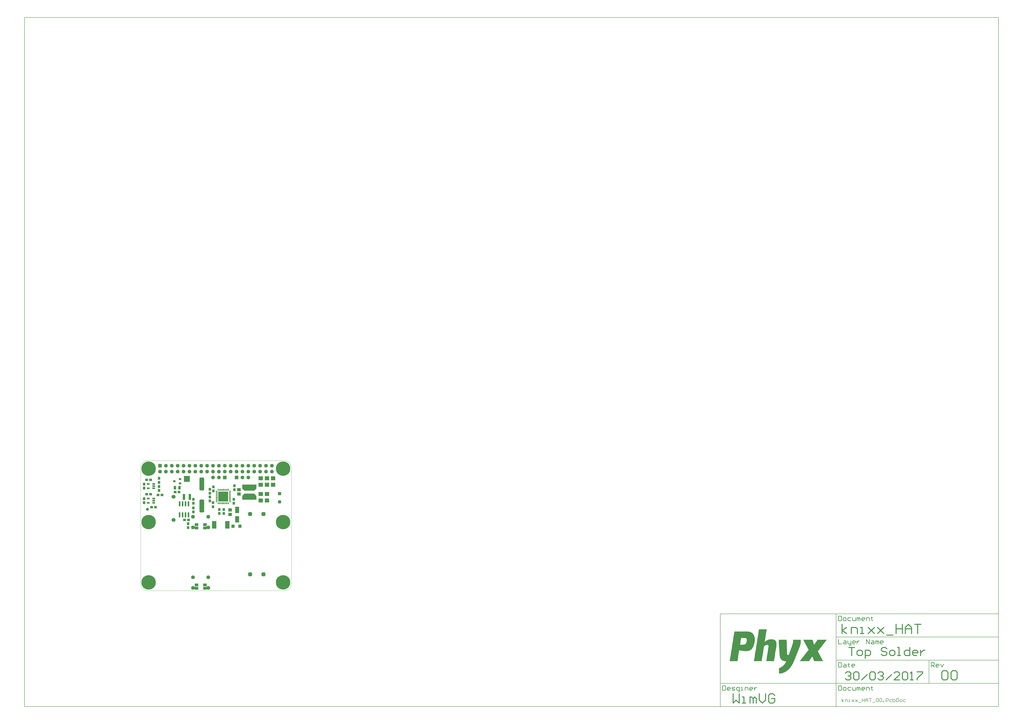
<source format=gts>
G04 Layer_Color=8388736*
%FSLAX25Y25*%
%MOIN*%
G70*
G01*
G75*
%ADD11C,0.00787*%
%ADD36C,0.01575*%
%ADD37C,0.00394*%
%ADD38C,0.00984*%
%ADD40C,0.05118*%
%ADD42C,0.06299*%
%ADD66R,0.05905X0.04528*%
%ADD67R,0.10236X0.10236*%
%ADD68R,0.04331X0.10236*%
%ADD69R,0.04331X0.06299*%
%ADD70R,0.07087X0.10630*%
%ADD71O,0.02756X0.09055*%
%ADD72R,0.04724X0.04331*%
%ADD73R,0.04331X0.04724*%
%ADD74R,0.04921X0.02756*%
%ADD75R,0.07480X0.06693*%
%ADD76R,0.06299X0.05512*%
%ADD77R,0.24016X0.05118*%
%ADD78R,0.07480X0.12992*%
%ADD79R,0.05315X0.05197*%
%ADD80O,0.01378X0.03740*%
%ADD81O,0.01378X0.03937*%
%ADD82O,0.03740X0.01378*%
%ADD83O,0.03937X0.01378*%
%ADD84R,0.16535X0.16535*%
G04:AMPARAMS|DCode=85|XSize=220.47mil|YSize=82.68mil|CornerRadius=21.65mil|HoleSize=0mil|Usage=FLASHONLY|Rotation=270.000|XOffset=0mil|YOffset=0mil|HoleType=Round|Shape=RoundedRectangle|*
%AMROUNDEDRECTD85*
21,1,0.22047,0.03937,0,0,270.0*
21,1,0.17716,0.08268,0,0,270.0*
1,1,0.04331,-0.01968,-0.08858*
1,1,0.04331,-0.01968,0.08858*
1,1,0.04331,0.01968,0.08858*
1,1,0.04331,0.01968,-0.08858*
%
%ADD85ROUNDEDRECTD85*%
%ADD86R,0.04331X0.03740*%
%ADD87R,0.04331X0.03740*%
%ADD88C,0.06394*%
%ADD89C,0.00394*%
%ADD90C,0.24410*%
G04:AMPARAMS|DCode=91|XSize=66.93mil|YSize=66.93mil|CornerRadius=17.72mil|HoleSize=0mil|Usage=FLASHONLY|Rotation=0.000|XOffset=0mil|YOffset=0mil|HoleType=Round|Shape=RoundedRectangle|*
%AMROUNDEDRECTD91*
21,1,0.06693,0.03150,0,0,0.0*
21,1,0.03150,0.06693,0,0,0.0*
1,1,0.03543,0.01575,-0.01575*
1,1,0.03543,-0.01575,-0.01575*
1,1,0.03543,-0.01575,0.01575*
1,1,0.03543,0.01575,0.01575*
%
%ADD91ROUNDEDRECTD91*%
%ADD92C,0.06693*%
%ADD93R,0.06299X0.06299*%
G04:AMPARAMS|DCode=94|XSize=53.15mil|YSize=53.15mil|CornerRadius=14.27mil|HoleSize=0mil|Usage=FLASHONLY|Rotation=270.000|XOffset=0mil|YOffset=0mil|HoleType=Round|Shape=RoundedRectangle|*
%AMROUNDEDRECTD94*
21,1,0.05315,0.02461,0,0,270.0*
21,1,0.02461,0.05315,0,0,270.0*
1,1,0.02854,-0.01230,-0.01230*
1,1,0.02854,-0.01230,0.01230*
1,1,0.02854,0.01230,0.01230*
1,1,0.02854,0.01230,-0.01230*
%
%ADD94ROUNDEDRECTD94*%
%ADD95R,0.05315X0.05315*%
G36*
X196692Y77359D02*
X196729Y77348D01*
X196763Y77330D01*
X196793Y77305D01*
X196818Y77275D01*
X196836Y77241D01*
X196848Y77204D01*
X196851Y77165D01*
Y70866D01*
X196851Y70866D01*
X196850Y70847D01*
X196848Y70828D01*
X196839Y70799D01*
X196836Y70790D01*
X196818Y70756D01*
X196793Y70726D01*
X193250Y67183D01*
X193250Y67183D01*
X193220Y67158D01*
X193186Y67140D01*
X193177Y67137D01*
X193149Y67129D01*
X193110Y67125D01*
X176575D01*
X176575Y67125D01*
X176556Y67127D01*
X176536Y67129D01*
X176508Y67137D01*
X176499Y67140D01*
X176465Y67158D01*
X176435Y67183D01*
X172892Y70726D01*
X172892Y70726D01*
X172867Y70756D01*
X172849Y70790D01*
X172846Y70799D01*
X172837Y70828D01*
X172834Y70866D01*
Y77165D01*
X172837Y77204D01*
X172849Y77241D01*
X172867Y77275D01*
X172892Y77305D01*
X172922Y77330D01*
X172956Y77348D01*
X172993Y77359D01*
X173031Y77363D01*
X196653D01*
X196692Y77359D01*
D02*
G37*
G36*
X176575Y62009D02*
X193110D01*
X193149Y62005D01*
X193177Y61996D01*
X193186Y61994D01*
X193220Y61976D01*
X193250Y61951D01*
X193250Y61951D01*
X196793Y58408D01*
X196818Y58378D01*
X196836Y58343D01*
X196839Y58335D01*
X196848Y58306D01*
X196850Y58287D01*
X196851Y58268D01*
X196851Y58268D01*
Y51968D01*
X196848Y51930D01*
X196836Y51893D01*
X196818Y51859D01*
X196793Y51829D01*
X196763Y51804D01*
X196729Y51786D01*
X196692Y51775D01*
X196653Y51771D01*
X173031D01*
X172993Y51775D01*
X172956Y51786D01*
X172922Y51804D01*
X172892Y51829D01*
X172867Y51859D01*
X172849Y51893D01*
X172837Y51930D01*
X172834Y51968D01*
Y58268D01*
X172837Y58306D01*
X172846Y58335D01*
X172849Y58343D01*
X172867Y58378D01*
X172892Y58408D01*
X172892Y58408D01*
X176435Y61951D01*
X176465Y61976D01*
X176499Y61994D01*
X176508Y61996D01*
X176536Y62005D01*
X176556Y62007D01*
X176575Y62009D01*
X176575Y62009D01*
D02*
G37*
G36*
X1165172Y-186079D02*
X1164886D01*
Y-186365D01*
X1164599D01*
Y-186652D01*
Y-186938D01*
X1164313D01*
Y-187224D01*
X1164027D01*
Y-187511D01*
X1163740D01*
Y-187797D01*
Y-188083D01*
X1163454D01*
Y-188370D01*
X1163168D01*
Y-188656D01*
X1162881D01*
Y-188942D01*
X1162595D01*
Y-189229D01*
Y-189515D01*
X1162309D01*
Y-189801D01*
X1162022D01*
Y-190088D01*
X1161736D01*
Y-190374D01*
Y-190660D01*
X1161450D01*
Y-190946D01*
X1161163D01*
Y-191233D01*
X1160877D01*
Y-191519D01*
X1160591D01*
Y-191806D01*
Y-192092D01*
X1160305D01*
Y-192378D01*
X1160018D01*
Y-192664D01*
X1159732D01*
Y-192951D01*
Y-193237D01*
X1159445D01*
Y-193523D01*
X1159159D01*
Y-193810D01*
X1158873D01*
Y-194096D01*
Y-194382D01*
X1158587D01*
Y-194669D01*
X1158300D01*
Y-194955D01*
X1158014D01*
Y-195241D01*
X1157728D01*
Y-195528D01*
Y-195814D01*
X1157441D01*
Y-196100D01*
X1157155D01*
Y-196387D01*
X1156869D01*
Y-196673D01*
Y-196959D01*
X1156582D01*
Y-197245D01*
X1156296D01*
Y-197532D01*
X1156010D01*
Y-197818D01*
Y-198104D01*
X1155723D01*
Y-198391D01*
X1155437D01*
Y-198677D01*
X1155151D01*
Y-198963D01*
X1154865D01*
Y-199250D01*
Y-199536D01*
X1154578D01*
Y-199822D01*
X1154292D01*
Y-200109D01*
X1154006D01*
Y-200395D01*
Y-200681D01*
X1153719D01*
Y-200968D01*
X1153433D01*
Y-201254D01*
X1153147D01*
Y-201540D01*
Y-201826D01*
X1152860D01*
Y-202113D01*
X1152574D01*
Y-202399D01*
X1152288D01*
Y-202685D01*
X1152001D01*
Y-202972D01*
Y-203258D01*
X1151715D01*
Y-203544D01*
X1151429D01*
Y-203831D01*
X1151142D01*
Y-204117D01*
Y-204403D01*
X1150856D01*
Y-204690D01*
X1150570D01*
Y-204976D01*
X1150284D01*
Y-205262D01*
X1149997D01*
Y-205549D01*
Y-205835D01*
X1150284D01*
Y-206121D01*
Y-206407D01*
X1150570D01*
Y-206694D01*
Y-206980D01*
X1150856D01*
Y-207266D01*
X1151142D01*
Y-207553D01*
Y-207839D01*
X1151429D01*
Y-208125D01*
Y-208412D01*
X1151715D01*
Y-208698D01*
Y-208984D01*
X1152001D01*
Y-209271D01*
Y-209557D01*
X1152288D01*
Y-209843D01*
Y-210129D01*
X1152574D01*
Y-210416D01*
Y-210702D01*
X1152860D01*
Y-210988D01*
Y-211275D01*
X1153147D01*
Y-211561D01*
Y-211847D01*
X1153433D01*
Y-212134D01*
X1153719D01*
Y-212420D01*
Y-212706D01*
X1154006D01*
Y-212993D01*
Y-213279D01*
X1154292D01*
Y-213565D01*
Y-213851D01*
X1154578D01*
Y-214138D01*
Y-214424D01*
X1154865D01*
Y-214710D01*
Y-214997D01*
X1155151D01*
Y-215283D01*
Y-215569D01*
X1155437D01*
Y-215856D01*
Y-216142D01*
X1155723D01*
Y-216428D01*
X1156010D01*
Y-216715D01*
Y-217001D01*
X1156296D01*
Y-217287D01*
Y-217574D01*
X1156582D01*
Y-217860D01*
Y-218146D01*
X1156869D01*
Y-218433D01*
Y-218719D01*
X1157155D01*
Y-219005D01*
Y-219291D01*
X1157441D01*
Y-219578D01*
Y-219864D01*
X1157728D01*
Y-220150D01*
Y-220437D01*
X1158014D01*
Y-220723D01*
X1158300D01*
Y-221009D01*
Y-221296D01*
X1158587D01*
Y-221582D01*
Y-221868D01*
X1158873D01*
Y-222155D01*
X1143698D01*
Y-221868D01*
X1143412D01*
Y-221582D01*
Y-221296D01*
Y-221009D01*
X1143126D01*
Y-220723D01*
Y-220437D01*
Y-220150D01*
X1142839D01*
Y-219864D01*
Y-219578D01*
X1142553D01*
Y-219291D01*
Y-219005D01*
Y-218719D01*
X1142267D01*
Y-218433D01*
Y-218146D01*
Y-217860D01*
X1141980D01*
Y-217574D01*
Y-217287D01*
X1141694D01*
Y-217001D01*
Y-216715D01*
Y-216428D01*
X1141408D01*
Y-216142D01*
Y-215856D01*
Y-215569D01*
X1141121D01*
Y-215283D01*
Y-214997D01*
Y-214710D01*
X1140835D01*
Y-214424D01*
X1140263D01*
Y-214710D01*
Y-214997D01*
X1139976D01*
Y-215283D01*
X1139690D01*
Y-215569D01*
Y-215856D01*
X1139404D01*
Y-216142D01*
X1139117D01*
Y-216428D01*
Y-216715D01*
X1138831D01*
Y-217001D01*
X1138545D01*
Y-217287D01*
Y-217574D01*
X1138258D01*
Y-217860D01*
X1137972D01*
Y-218146D01*
X1137686D01*
Y-218433D01*
Y-218719D01*
X1137399D01*
Y-219005D01*
X1137113D01*
Y-219291D01*
Y-219578D01*
X1136827D01*
Y-219864D01*
X1136541D01*
Y-220150D01*
Y-220437D01*
X1136254D01*
Y-220723D01*
X1135968D01*
Y-221009D01*
Y-221296D01*
X1135682D01*
Y-221582D01*
X1135395D01*
Y-221868D01*
Y-222155D01*
X1119362D01*
Y-221868D01*
X1119648D01*
Y-221582D01*
X1119934D01*
Y-221296D01*
X1120221D01*
Y-221009D01*
X1120507D01*
Y-220723D01*
Y-220437D01*
X1120793D01*
Y-220150D01*
X1121080D01*
Y-219864D01*
X1121366D01*
Y-219578D01*
X1121652D01*
Y-219291D01*
Y-219005D01*
X1121939D01*
Y-218719D01*
X1122225D01*
Y-218433D01*
X1122511D01*
Y-218146D01*
Y-217860D01*
X1122797D01*
Y-217574D01*
X1123084D01*
Y-217287D01*
X1123370D01*
Y-217001D01*
X1123656D01*
Y-216715D01*
Y-216428D01*
X1123943D01*
Y-216142D01*
X1124229D01*
Y-215856D01*
X1124515D01*
Y-215569D01*
X1124802D01*
Y-215283D01*
Y-214997D01*
X1125088D01*
Y-214710D01*
X1125374D01*
Y-214424D01*
X1125661D01*
Y-214138D01*
Y-213851D01*
X1125947D01*
Y-213565D01*
X1126233D01*
Y-213279D01*
X1126519D01*
Y-212993D01*
X1126806D01*
Y-212706D01*
Y-212420D01*
X1127092D01*
Y-212134D01*
X1127378D01*
Y-211847D01*
X1127665D01*
Y-211561D01*
Y-211275D01*
X1127951D01*
Y-210988D01*
X1128237D01*
Y-210702D01*
X1128524D01*
Y-210416D01*
X1128810D01*
Y-210129D01*
Y-209843D01*
X1129096D01*
Y-209557D01*
X1129383D01*
Y-209271D01*
X1129669D01*
Y-208984D01*
Y-208698D01*
X1129955D01*
Y-208412D01*
X1130242D01*
Y-208125D01*
X1130528D01*
Y-207839D01*
X1130814D01*
Y-207553D01*
Y-207266D01*
X1131100D01*
Y-206980D01*
X1131387D01*
Y-206694D01*
X1131673D01*
Y-206407D01*
X1131960D01*
Y-206121D01*
Y-205835D01*
X1132246D01*
Y-205549D01*
X1132532D01*
Y-205262D01*
X1132818D01*
Y-204976D01*
Y-204690D01*
X1133105D01*
Y-204403D01*
X1133391D01*
Y-204117D01*
X1133677D01*
Y-203831D01*
X1133964D01*
Y-203544D01*
Y-203258D01*
X1134250D01*
Y-202972D01*
Y-202685D01*
Y-202399D01*
X1133964D01*
Y-202113D01*
X1133677D01*
Y-201826D01*
Y-201540D01*
X1133391D01*
Y-201254D01*
Y-200968D01*
X1133105D01*
Y-200681D01*
Y-200395D01*
X1132818D01*
Y-200109D01*
Y-199822D01*
X1132532D01*
Y-199536D01*
Y-199250D01*
X1132246D01*
Y-198963D01*
Y-198677D01*
X1131960D01*
Y-198391D01*
X1131673D01*
Y-198104D01*
Y-197818D01*
X1131387D01*
Y-197532D01*
Y-197245D01*
X1131100D01*
Y-196959D01*
Y-196673D01*
X1130814D01*
Y-196387D01*
Y-196100D01*
X1130528D01*
Y-195814D01*
Y-195528D01*
X1130242D01*
Y-195241D01*
Y-194955D01*
X1129955D01*
Y-194669D01*
X1129669D01*
Y-194382D01*
Y-194096D01*
X1129383D01*
Y-193810D01*
Y-193523D01*
X1129096D01*
Y-193237D01*
Y-192951D01*
X1128810D01*
Y-192664D01*
Y-192378D01*
X1128524D01*
Y-192092D01*
Y-191806D01*
X1128237D01*
Y-191519D01*
Y-191233D01*
X1127951D01*
Y-190946D01*
Y-190660D01*
X1127665D01*
Y-190374D01*
X1127378D01*
Y-190088D01*
Y-189801D01*
X1127092D01*
Y-189515D01*
Y-189229D01*
X1126806D01*
Y-188942D01*
Y-188656D01*
X1126519D01*
Y-188370D01*
Y-188083D01*
X1126233D01*
Y-187797D01*
Y-187511D01*
X1125947D01*
Y-187224D01*
Y-186938D01*
X1125661D01*
Y-186652D01*
X1125374D01*
Y-186365D01*
Y-186079D01*
X1125088D01*
Y-185793D01*
X1140835D01*
Y-186079D01*
X1141121D01*
Y-186365D01*
Y-186652D01*
Y-186938D01*
X1141408D01*
Y-187224D01*
Y-187511D01*
Y-187797D01*
X1141694D01*
Y-188083D01*
Y-188370D01*
Y-188656D01*
X1141980D01*
Y-188942D01*
Y-189229D01*
Y-189515D01*
X1142267D01*
Y-189801D01*
Y-190088D01*
Y-190374D01*
X1142553D01*
Y-190660D01*
Y-190946D01*
Y-191233D01*
X1142839D01*
Y-191519D01*
Y-191806D01*
Y-192092D01*
X1143126D01*
Y-192378D01*
Y-192664D01*
Y-192951D01*
X1143412D01*
Y-193237D01*
Y-193523D01*
Y-193810D01*
Y-194096D01*
X1143985D01*
Y-193810D01*
X1144271D01*
Y-193523D01*
X1144557D01*
Y-193237D01*
Y-192951D01*
X1144844D01*
Y-192664D01*
X1145130D01*
Y-192378D01*
Y-192092D01*
X1145416D01*
Y-191806D01*
X1145702D01*
Y-191519D01*
Y-191233D01*
X1145989D01*
Y-190946D01*
X1146275D01*
Y-190660D01*
Y-190374D01*
X1146561D01*
Y-190088D01*
X1146848D01*
Y-189801D01*
Y-189515D01*
X1147134D01*
Y-189229D01*
X1147420D01*
Y-188942D01*
Y-188656D01*
X1147707D01*
Y-188370D01*
X1147993D01*
Y-188083D01*
Y-187797D01*
X1148279D01*
Y-187511D01*
X1148566D01*
Y-187224D01*
Y-186938D01*
X1148852D01*
Y-186652D01*
X1149138D01*
Y-186365D01*
Y-186079D01*
X1149425D01*
Y-185793D01*
X1165172D01*
Y-186079D01*
D02*
G37*
G36*
X1032036Y-172050D02*
X1033754D01*
Y-172336D01*
X1034613D01*
Y-172623D01*
X1035472D01*
Y-172909D01*
X1036331D01*
Y-173195D01*
X1036904D01*
Y-173481D01*
X1037190D01*
Y-173768D01*
X1037763D01*
Y-174054D01*
X1038049D01*
Y-174340D01*
X1038622D01*
Y-174627D01*
X1038908D01*
Y-174913D01*
X1039194D01*
Y-175199D01*
X1039480D01*
Y-175486D01*
X1039767D01*
Y-175772D01*
X1040053D01*
Y-176058D01*
X1040339D01*
Y-176345D01*
Y-176631D01*
X1040626D01*
Y-176917D01*
X1040912D01*
Y-177204D01*
Y-177490D01*
X1041198D01*
Y-177776D01*
X1041485D01*
Y-178062D01*
Y-178349D01*
X1041771D01*
Y-178635D01*
Y-178921D01*
Y-179208D01*
X1042057D01*
Y-179494D01*
Y-179780D01*
Y-180067D01*
X1042344D01*
Y-180353D01*
Y-180639D01*
Y-180926D01*
Y-181212D01*
X1042630D01*
Y-181498D01*
Y-181784D01*
Y-182071D01*
Y-182357D01*
Y-182643D01*
X1042916D01*
Y-182930D01*
Y-183216D01*
Y-183502D01*
Y-183789D01*
Y-184075D01*
Y-184361D01*
Y-184648D01*
Y-184934D01*
Y-185220D01*
Y-185507D01*
Y-185793D01*
Y-186079D01*
Y-186365D01*
Y-186652D01*
Y-186938D01*
Y-187224D01*
Y-187511D01*
Y-187797D01*
Y-188083D01*
Y-188370D01*
X1042630D01*
Y-188656D01*
Y-188942D01*
Y-189229D01*
Y-189515D01*
Y-189801D01*
Y-190088D01*
Y-190374D01*
X1042344D01*
Y-190660D01*
Y-190946D01*
Y-191233D01*
Y-191519D01*
Y-191806D01*
X1042057D01*
Y-192092D01*
Y-192378D01*
Y-192664D01*
Y-192951D01*
Y-193237D01*
X1041771D01*
Y-193523D01*
Y-193810D01*
Y-194096D01*
X1041485D01*
Y-194382D01*
Y-194669D01*
Y-194955D01*
Y-195241D01*
X1041198D01*
Y-195528D01*
Y-195814D01*
Y-196100D01*
X1040912D01*
Y-196387D01*
Y-196673D01*
X1040626D01*
Y-196959D01*
Y-197245D01*
Y-197532D01*
X1040339D01*
Y-197818D01*
Y-198104D01*
X1040053D01*
Y-198391D01*
Y-198677D01*
X1039767D01*
Y-198963D01*
Y-199250D01*
X1039480D01*
Y-199536D01*
X1039194D01*
Y-199822D01*
Y-200109D01*
X1038908D01*
Y-200395D01*
X1038622D01*
Y-200681D01*
X1038335D01*
Y-200968D01*
Y-201254D01*
X1038049D01*
Y-201540D01*
X1037763D01*
Y-201826D01*
X1037476D01*
Y-202113D01*
X1037190D01*
Y-202399D01*
X1036904D01*
Y-202685D01*
X1036331D01*
Y-202972D01*
X1036045D01*
Y-203258D01*
X1035472D01*
Y-203544D01*
X1035186D01*
Y-203831D01*
X1034613D01*
Y-204117D01*
X1033754D01*
Y-204403D01*
X1032895D01*
Y-204690D01*
X1032036D01*
Y-204976D01*
X1030318D01*
Y-205262D01*
X1025165D01*
Y-204976D01*
X1022588D01*
Y-204690D01*
X1020584D01*
Y-204403D01*
X1019152D01*
Y-204117D01*
X1017721D01*
Y-203831D01*
X1016289D01*
Y-204117D01*
Y-204403D01*
Y-204690D01*
Y-204976D01*
Y-205262D01*
Y-205549D01*
Y-205835D01*
X1016003D01*
Y-206121D01*
Y-206407D01*
Y-206694D01*
Y-206980D01*
Y-207266D01*
Y-207553D01*
X1015716D01*
Y-207839D01*
Y-208125D01*
Y-208412D01*
Y-208698D01*
Y-208984D01*
Y-209271D01*
X1015430D01*
Y-209557D01*
Y-209843D01*
Y-210129D01*
Y-210416D01*
Y-210702D01*
Y-210988D01*
Y-211275D01*
X1015144D01*
Y-211561D01*
Y-211847D01*
Y-212134D01*
Y-212420D01*
Y-212706D01*
Y-212993D01*
X1014857D01*
Y-213279D01*
Y-213565D01*
Y-213851D01*
Y-214138D01*
Y-214424D01*
Y-214710D01*
X1014571D01*
Y-214997D01*
Y-215283D01*
Y-215569D01*
Y-215856D01*
Y-216142D01*
Y-216428D01*
Y-216715D01*
X1014285D01*
Y-217001D01*
Y-217287D01*
Y-217574D01*
Y-217860D01*
Y-218146D01*
Y-218433D01*
X1013999D01*
Y-218719D01*
Y-219005D01*
Y-219291D01*
Y-219578D01*
Y-219864D01*
Y-220150D01*
X1013712D01*
Y-220437D01*
Y-220723D01*
Y-221009D01*
Y-221296D01*
Y-221582D01*
Y-221868D01*
Y-222155D01*
X1000256D01*
Y-221868D01*
X1000542D01*
Y-221582D01*
Y-221296D01*
Y-221009D01*
Y-220723D01*
Y-220437D01*
X1000828D01*
Y-220150D01*
Y-219864D01*
Y-219578D01*
Y-219291D01*
Y-219005D01*
Y-218719D01*
Y-218433D01*
X1001114D01*
Y-218146D01*
Y-217860D01*
Y-217574D01*
Y-217287D01*
Y-217001D01*
Y-216715D01*
X1001401D01*
Y-216428D01*
Y-216142D01*
Y-215856D01*
Y-215569D01*
Y-215283D01*
Y-214997D01*
X1001687D01*
Y-214710D01*
Y-214424D01*
Y-214138D01*
Y-213851D01*
Y-213565D01*
Y-213279D01*
Y-212993D01*
X1001974D01*
Y-212706D01*
Y-212420D01*
Y-212134D01*
Y-211847D01*
Y-211561D01*
Y-211275D01*
X1002260D01*
Y-210988D01*
Y-210702D01*
Y-210416D01*
Y-210129D01*
Y-209843D01*
Y-209557D01*
X1002546D01*
Y-209271D01*
Y-208984D01*
Y-208698D01*
Y-208412D01*
Y-208125D01*
Y-207839D01*
X1002832D01*
Y-207553D01*
Y-207266D01*
Y-206980D01*
Y-206694D01*
Y-206407D01*
Y-206121D01*
Y-205835D01*
X1003119D01*
Y-205549D01*
Y-205262D01*
Y-204976D01*
Y-204690D01*
Y-204403D01*
Y-204117D01*
X1003405D01*
Y-203831D01*
Y-203544D01*
Y-203258D01*
Y-202972D01*
Y-202685D01*
Y-202399D01*
X1003691D01*
Y-202113D01*
Y-201826D01*
Y-201540D01*
Y-201254D01*
Y-200968D01*
Y-200681D01*
X1003978D01*
Y-200395D01*
Y-200109D01*
Y-199822D01*
Y-199536D01*
Y-199250D01*
Y-198963D01*
Y-198677D01*
X1004264D01*
Y-198391D01*
Y-198104D01*
Y-197818D01*
Y-197532D01*
Y-197245D01*
Y-196959D01*
X1004550D01*
Y-196673D01*
Y-196387D01*
Y-196100D01*
Y-195814D01*
Y-195528D01*
Y-195241D01*
X1004837D01*
Y-194955D01*
Y-194669D01*
Y-194382D01*
Y-194096D01*
Y-193810D01*
Y-193523D01*
Y-193237D01*
X1005123D01*
Y-192951D01*
Y-192664D01*
Y-192378D01*
Y-192092D01*
Y-191806D01*
Y-191519D01*
X1005409D01*
Y-191233D01*
Y-190946D01*
Y-190660D01*
Y-190374D01*
Y-190088D01*
Y-189801D01*
X1005696D01*
Y-189515D01*
Y-189229D01*
Y-188942D01*
Y-188656D01*
Y-188370D01*
Y-188083D01*
X1005982D01*
Y-187797D01*
Y-187511D01*
Y-187224D01*
Y-186938D01*
Y-186652D01*
Y-186365D01*
Y-186079D01*
X1006268D01*
Y-185793D01*
Y-185507D01*
Y-185220D01*
Y-184934D01*
Y-184648D01*
Y-184361D01*
X1006555D01*
Y-184075D01*
Y-183789D01*
Y-183502D01*
Y-183216D01*
Y-182930D01*
Y-182643D01*
X1006841D01*
Y-182357D01*
Y-182071D01*
Y-181784D01*
Y-181498D01*
Y-181212D01*
Y-180926D01*
Y-180639D01*
X1007127D01*
Y-180353D01*
Y-180067D01*
Y-179780D01*
Y-179494D01*
Y-179208D01*
Y-178921D01*
X1007413D01*
Y-178635D01*
Y-178349D01*
Y-178062D01*
Y-177776D01*
Y-177490D01*
Y-177204D01*
X1007700D01*
Y-176917D01*
Y-176631D01*
Y-176345D01*
Y-176058D01*
Y-175772D01*
Y-175486D01*
Y-175199D01*
X1007986D01*
Y-174913D01*
Y-174627D01*
Y-174340D01*
Y-174054D01*
Y-173768D01*
Y-173481D01*
X1008272D01*
Y-173195D01*
Y-172909D01*
Y-172623D01*
Y-172336D01*
Y-172050D01*
Y-171764D01*
X1032036D01*
Y-172050D01*
D02*
G37*
G36*
X1121080Y-186079D02*
Y-186365D01*
Y-186652D01*
Y-186938D01*
Y-187224D01*
Y-187511D01*
Y-187797D01*
Y-188083D01*
Y-188370D01*
Y-188656D01*
Y-188942D01*
Y-189229D01*
Y-189515D01*
Y-189801D01*
Y-190088D01*
Y-190374D01*
Y-190660D01*
Y-190946D01*
Y-191233D01*
Y-191519D01*
Y-191806D01*
X1120793D01*
Y-192092D01*
Y-192378D01*
Y-192664D01*
Y-192951D01*
Y-193237D01*
X1120507D01*
Y-193523D01*
Y-193810D01*
Y-194096D01*
Y-194382D01*
X1120221D01*
Y-194669D01*
Y-194955D01*
Y-195241D01*
Y-195528D01*
X1119934D01*
Y-195814D01*
Y-196100D01*
Y-196387D01*
X1119648D01*
Y-196673D01*
Y-196959D01*
Y-197245D01*
X1119362D01*
Y-197532D01*
Y-197818D01*
Y-198104D01*
X1119075D01*
Y-198391D01*
Y-198677D01*
Y-198963D01*
X1118789D01*
Y-199250D01*
Y-199536D01*
X1118503D01*
Y-199822D01*
Y-200109D01*
X1118217D01*
Y-200395D01*
Y-200681D01*
Y-200968D01*
X1117930D01*
Y-201254D01*
Y-201540D01*
X1117644D01*
Y-201826D01*
Y-202113D01*
Y-202399D01*
X1117358D01*
Y-202685D01*
Y-202972D01*
X1117071D01*
Y-203258D01*
Y-203544D01*
Y-203831D01*
X1116785D01*
Y-204117D01*
Y-204403D01*
X1116499D01*
Y-204690D01*
Y-204976D01*
Y-205262D01*
X1116212D01*
Y-205549D01*
Y-205835D01*
X1115926D01*
Y-206121D01*
Y-206407D01*
Y-206694D01*
X1115640D01*
Y-206980D01*
Y-207266D01*
X1115353D01*
Y-207553D01*
Y-207839D01*
Y-208125D01*
X1115067D01*
Y-208412D01*
Y-208698D01*
X1114781D01*
Y-208984D01*
Y-209271D01*
Y-209557D01*
X1114494D01*
Y-209843D01*
Y-210129D01*
X1114208D01*
Y-210416D01*
Y-210702D01*
Y-210988D01*
X1113922D01*
Y-211275D01*
Y-211561D01*
X1113636D01*
Y-211847D01*
Y-212134D01*
Y-212420D01*
X1113349D01*
Y-212706D01*
Y-212993D01*
X1113063D01*
Y-213279D01*
Y-213565D01*
Y-213851D01*
X1112776D01*
Y-214138D01*
Y-214424D01*
X1112490D01*
Y-214710D01*
Y-214997D01*
Y-215283D01*
X1112204D01*
Y-215569D01*
Y-215856D01*
X1111918D01*
Y-216142D01*
Y-216428D01*
Y-216715D01*
X1111631D01*
Y-217001D01*
Y-217287D01*
X1111345D01*
Y-217574D01*
Y-217860D01*
Y-218146D01*
X1111059D01*
Y-218433D01*
Y-218719D01*
X1110772D01*
Y-219005D01*
Y-219291D01*
Y-219578D01*
X1110486D01*
Y-219864D01*
Y-220150D01*
X1110200D01*
Y-220437D01*
Y-220723D01*
Y-221009D01*
X1109913D01*
Y-221296D01*
Y-221582D01*
X1109627D01*
Y-221868D01*
Y-222155D01*
Y-222441D01*
X1109341D01*
Y-222727D01*
Y-223014D01*
X1109054D01*
Y-223300D01*
Y-223586D01*
X1108768D01*
Y-223872D01*
Y-224159D01*
X1108482D01*
Y-224445D01*
Y-224731D01*
Y-225018D01*
X1108195D01*
Y-225304D01*
X1107909D01*
Y-225590D01*
Y-225877D01*
Y-226163D01*
X1107623D01*
Y-226449D01*
X1107337D01*
Y-226736D01*
Y-227022D01*
X1107050D01*
Y-227308D01*
Y-227595D01*
X1106764D01*
Y-227881D01*
Y-228167D01*
X1106478D01*
Y-228453D01*
Y-228740D01*
X1106191D01*
Y-229026D01*
X1105905D01*
Y-229312D01*
Y-229599D01*
X1105619D01*
Y-229885D01*
Y-230171D01*
X1105332D01*
Y-230458D01*
X1105046D01*
Y-230744D01*
X1104760D01*
Y-231030D01*
Y-231317D01*
X1104473D01*
Y-231603D01*
X1104187D01*
Y-231889D01*
Y-232176D01*
X1103901D01*
Y-232462D01*
X1103615D01*
Y-232748D01*
X1103328D01*
Y-233034D01*
Y-233321D01*
X1103042D01*
Y-233607D01*
X1102756D01*
Y-233893D01*
X1102469D01*
Y-234180D01*
X1102183D01*
Y-234466D01*
X1101897D01*
Y-234752D01*
Y-235039D01*
X1101610D01*
Y-235325D01*
X1101324D01*
Y-235611D01*
X1101038D01*
Y-235898D01*
X1100751D01*
Y-236184D01*
X1100465D01*
Y-236470D01*
X1100179D01*
Y-236757D01*
X1099892D01*
Y-237043D01*
X1099320D01*
Y-237329D01*
X1099034D01*
Y-237615D01*
X1098747D01*
Y-237902D01*
X1098461D01*
Y-238188D01*
X1098175D01*
Y-238474D01*
X1097602D01*
Y-238761D01*
X1097316D01*
Y-239047D01*
X1096743D01*
Y-239333D01*
X1096457D01*
Y-239620D01*
X1095884D01*
Y-239906D01*
X1095598D01*
Y-240192D01*
X1095025D01*
Y-240479D01*
X1094452D01*
Y-240765D01*
X1093880D01*
Y-241051D01*
X1093307D01*
Y-241338D01*
X1092735D01*
Y-241624D01*
X1091876D01*
Y-241910D01*
X1091303D01*
Y-242196D01*
X1090444D01*
Y-242483D01*
X1089299D01*
Y-242769D01*
X1088154D01*
Y-243056D01*
X1086436D01*
Y-243342D01*
X1084432D01*
Y-243628D01*
X1084145D01*
Y-243342D01*
Y-243056D01*
Y-242769D01*
Y-242483D01*
Y-242196D01*
Y-241910D01*
Y-241624D01*
Y-241338D01*
Y-241051D01*
Y-240765D01*
Y-240479D01*
Y-240192D01*
Y-239906D01*
Y-239620D01*
Y-239333D01*
Y-239047D01*
Y-238761D01*
Y-238474D01*
Y-238188D01*
Y-237902D01*
Y-237615D01*
Y-237329D01*
Y-237043D01*
Y-236757D01*
Y-236470D01*
Y-236184D01*
Y-235898D01*
Y-235611D01*
Y-235325D01*
Y-235039D01*
Y-234752D01*
Y-234466D01*
Y-234180D01*
X1084718D01*
Y-233893D01*
X1085291D01*
Y-233607D01*
X1085863D01*
Y-233321D01*
X1086436D01*
Y-233034D01*
X1087008D01*
Y-232748D01*
X1087581D01*
Y-232462D01*
X1087867D01*
Y-232176D01*
X1088440D01*
Y-231889D01*
X1088726D01*
Y-231603D01*
X1089299D01*
Y-231317D01*
X1089585D01*
Y-231030D01*
X1089872D01*
Y-230744D01*
X1090444D01*
Y-230458D01*
X1090730D01*
Y-230171D01*
X1091017D01*
Y-229885D01*
X1091303D01*
Y-229599D01*
X1091589D01*
Y-229312D01*
X1091876D01*
Y-229026D01*
X1092162D01*
Y-228740D01*
X1092448D01*
Y-228453D01*
X1092735D01*
Y-228167D01*
X1093021D01*
Y-227881D01*
X1093307D01*
Y-227595D01*
X1093594D01*
Y-227308D01*
Y-227022D01*
X1093880D01*
Y-226736D01*
X1094166D01*
Y-226449D01*
X1094452D01*
Y-226163D01*
Y-225877D01*
X1094739D01*
Y-225590D01*
X1095025D01*
Y-225304D01*
Y-225018D01*
X1095311D01*
Y-224731D01*
Y-224445D01*
X1095598D01*
Y-224159D01*
X1095884D01*
Y-223872D01*
Y-223586D01*
X1096170D01*
Y-223300D01*
Y-223014D01*
X1096457D01*
Y-222727D01*
Y-222441D01*
X1094739D01*
Y-222155D01*
X1092735D01*
Y-221868D01*
X1091589D01*
Y-221582D01*
X1091017D01*
Y-221296D01*
X1090158D01*
Y-221009D01*
X1089585D01*
Y-220723D01*
X1089299D01*
Y-220437D01*
X1088726D01*
Y-220150D01*
X1088440D01*
Y-219864D01*
X1088154D01*
Y-219578D01*
X1087867D01*
Y-219291D01*
X1087581D01*
Y-219005D01*
X1087295D01*
Y-218719D01*
Y-218433D01*
X1087008D01*
Y-218146D01*
X1086722D01*
Y-217860D01*
Y-217574D01*
X1086436D01*
Y-217287D01*
Y-217001D01*
X1086149D01*
Y-216715D01*
Y-216428D01*
X1085863D01*
Y-216142D01*
Y-215856D01*
Y-215569D01*
X1085577D01*
Y-215283D01*
Y-214997D01*
Y-214710D01*
Y-214424D01*
X1085291D01*
Y-214138D01*
Y-213851D01*
Y-213565D01*
Y-213279D01*
Y-212993D01*
Y-212706D01*
Y-212420D01*
X1085004D01*
Y-212134D01*
Y-211847D01*
Y-211561D01*
Y-211275D01*
Y-210988D01*
Y-210702D01*
Y-210416D01*
Y-210129D01*
Y-209843D01*
Y-209557D01*
Y-209271D01*
Y-208984D01*
Y-208698D01*
Y-208412D01*
Y-208125D01*
X1084718D01*
Y-207839D01*
Y-207553D01*
Y-207266D01*
Y-206980D01*
Y-206694D01*
Y-206407D01*
Y-206121D01*
Y-205835D01*
Y-205549D01*
Y-205262D01*
Y-204976D01*
Y-204690D01*
Y-204403D01*
Y-204117D01*
Y-203831D01*
X1084432D01*
Y-203544D01*
Y-203258D01*
Y-202972D01*
Y-202685D01*
Y-202399D01*
Y-202113D01*
Y-201826D01*
Y-201540D01*
Y-201254D01*
Y-200968D01*
Y-200681D01*
Y-200395D01*
Y-200109D01*
Y-199822D01*
Y-199536D01*
Y-199250D01*
X1084145D01*
Y-198963D01*
Y-198677D01*
Y-198391D01*
Y-198104D01*
Y-197818D01*
Y-197532D01*
Y-197245D01*
Y-196959D01*
Y-196673D01*
Y-196387D01*
Y-196100D01*
Y-195814D01*
Y-195528D01*
Y-195241D01*
Y-194955D01*
Y-194669D01*
X1083859D01*
Y-194382D01*
Y-194096D01*
Y-193810D01*
Y-193523D01*
Y-193237D01*
Y-192951D01*
Y-192664D01*
Y-192378D01*
Y-192092D01*
Y-191806D01*
Y-191519D01*
Y-191233D01*
Y-190946D01*
Y-190660D01*
X1083573D01*
Y-190374D01*
Y-190088D01*
Y-189801D01*
Y-189515D01*
Y-189229D01*
Y-188942D01*
Y-188656D01*
Y-188370D01*
Y-188083D01*
Y-187797D01*
Y-187511D01*
Y-187224D01*
Y-186938D01*
Y-186652D01*
Y-186365D01*
Y-186079D01*
X1083286D01*
Y-185793D01*
X1097029D01*
Y-186079D01*
Y-186365D01*
Y-186652D01*
Y-186938D01*
Y-187224D01*
Y-187511D01*
Y-187797D01*
Y-188083D01*
Y-188370D01*
Y-188656D01*
Y-188942D01*
Y-189229D01*
Y-189515D01*
Y-189801D01*
X1097316D01*
Y-190088D01*
Y-190374D01*
Y-190660D01*
Y-190946D01*
Y-191233D01*
Y-191519D01*
Y-191806D01*
Y-192092D01*
Y-192378D01*
Y-192664D01*
Y-192951D01*
Y-193237D01*
Y-193523D01*
Y-193810D01*
Y-194096D01*
Y-194382D01*
Y-194669D01*
Y-194955D01*
Y-195241D01*
Y-195528D01*
Y-195814D01*
Y-196100D01*
Y-196387D01*
Y-196673D01*
Y-196959D01*
Y-197245D01*
Y-197532D01*
Y-197818D01*
Y-198104D01*
Y-198391D01*
Y-198677D01*
Y-198963D01*
Y-199250D01*
Y-199536D01*
Y-199822D01*
Y-200109D01*
Y-200395D01*
Y-200681D01*
Y-200968D01*
Y-201254D01*
Y-201540D01*
X1097602D01*
Y-201826D01*
X1097316D01*
Y-202113D01*
Y-202399D01*
X1097602D01*
Y-202685D01*
Y-202972D01*
Y-203258D01*
Y-203544D01*
Y-203831D01*
Y-204117D01*
Y-204403D01*
Y-204690D01*
Y-204976D01*
Y-205262D01*
Y-205549D01*
Y-205835D01*
Y-206121D01*
Y-206407D01*
Y-206694D01*
Y-206980D01*
Y-207266D01*
Y-207553D01*
Y-207839D01*
Y-208125D01*
Y-208412D01*
Y-208698D01*
Y-208984D01*
Y-209271D01*
Y-209557D01*
Y-209843D01*
X1097888D01*
Y-210129D01*
Y-210416D01*
Y-210702D01*
X1098175D01*
Y-210988D01*
X1098461D01*
Y-211275D01*
X1098747D01*
Y-211561D01*
X1099606D01*
Y-211847D01*
X1100465D01*
Y-211561D01*
X1100751D01*
Y-211275D01*
Y-210988D01*
Y-210702D01*
X1101038D01*
Y-210416D01*
Y-210129D01*
X1101324D01*
Y-209843D01*
Y-209557D01*
Y-209271D01*
X1101610D01*
Y-208984D01*
Y-208698D01*
Y-208412D01*
X1101897D01*
Y-208125D01*
Y-207839D01*
Y-207553D01*
X1102183D01*
Y-207266D01*
Y-206980D01*
Y-206694D01*
X1102469D01*
Y-206407D01*
Y-206121D01*
X1102756D01*
Y-205835D01*
Y-205549D01*
Y-205262D01*
X1103042D01*
Y-204976D01*
Y-204690D01*
Y-204403D01*
X1103328D01*
Y-204117D01*
Y-203831D01*
Y-203544D01*
X1103615D01*
Y-203258D01*
Y-202972D01*
X1103901D01*
Y-202685D01*
Y-202399D01*
Y-202113D01*
X1104187D01*
Y-201826D01*
Y-201540D01*
Y-201254D01*
X1104473D01*
Y-200968D01*
Y-200681D01*
Y-200395D01*
X1104760D01*
Y-200109D01*
Y-199822D01*
X1105046D01*
Y-199536D01*
Y-199250D01*
Y-198963D01*
X1105332D01*
Y-198677D01*
Y-198391D01*
Y-198104D01*
X1105619D01*
Y-197818D01*
Y-197532D01*
Y-197245D01*
X1105905D01*
Y-196959D01*
Y-196673D01*
X1106191D01*
Y-196387D01*
Y-196100D01*
Y-195814D01*
X1106478D01*
Y-195528D01*
Y-195241D01*
Y-194955D01*
X1106764D01*
Y-194669D01*
Y-194382D01*
Y-194096D01*
X1107050D01*
Y-193810D01*
Y-193523D01*
Y-193237D01*
Y-192951D01*
X1107337D01*
Y-192664D01*
Y-192378D01*
Y-192092D01*
Y-191806D01*
X1107623D01*
Y-191519D01*
Y-191233D01*
Y-190946D01*
Y-190660D01*
Y-190374D01*
X1107909D01*
Y-190088D01*
Y-189801D01*
Y-189515D01*
Y-189229D01*
Y-188942D01*
Y-188656D01*
X1108195D01*
Y-188370D01*
Y-188083D01*
Y-187797D01*
Y-187511D01*
Y-187224D01*
Y-186938D01*
Y-186652D01*
Y-186365D01*
Y-186079D01*
Y-185793D01*
X1121080D01*
Y-186079D01*
D02*
G37*
G36*
X1063244Y-168614D02*
Y-168900D01*
X1062958D01*
Y-169187D01*
Y-169473D01*
Y-169759D01*
Y-170046D01*
Y-170332D01*
Y-170618D01*
X1062672D01*
Y-170905D01*
Y-171191D01*
Y-171477D01*
Y-171764D01*
Y-172050D01*
Y-172336D01*
X1062385D01*
Y-172623D01*
Y-172909D01*
Y-173195D01*
Y-173481D01*
Y-173768D01*
Y-174054D01*
Y-174340D01*
X1062099D01*
Y-174627D01*
Y-174913D01*
Y-175199D01*
Y-175486D01*
Y-175772D01*
Y-176058D01*
X1061813D01*
Y-176345D01*
Y-176631D01*
Y-176917D01*
Y-177204D01*
Y-177490D01*
Y-177776D01*
X1061526D01*
Y-178062D01*
Y-178349D01*
Y-178635D01*
Y-178921D01*
Y-179208D01*
Y-179494D01*
Y-179780D01*
X1061240D01*
Y-180067D01*
Y-180353D01*
Y-180639D01*
Y-180926D01*
Y-181212D01*
Y-181498D01*
X1060954D01*
Y-181784D01*
Y-182071D01*
Y-182357D01*
Y-182643D01*
Y-182930D01*
Y-183216D01*
X1060668D01*
Y-183502D01*
Y-183789D01*
Y-184075D01*
Y-184361D01*
Y-184648D01*
Y-184934D01*
X1060381D01*
Y-185220D01*
Y-185507D01*
Y-185793D01*
Y-186079D01*
Y-186365D01*
Y-186652D01*
Y-186938D01*
X1060095D01*
Y-187224D01*
Y-187511D01*
Y-187797D01*
Y-188083D01*
Y-188370D01*
Y-188656D01*
X1059809D01*
Y-188942D01*
Y-189229D01*
X1060381D01*
Y-188942D01*
X1060668D01*
Y-188656D01*
X1060954D01*
Y-188370D01*
X1061526D01*
Y-188083D01*
X1061813D01*
Y-187797D01*
X1062099D01*
Y-187511D01*
X1062672D01*
Y-187224D01*
X1063244D01*
Y-186938D01*
X1063531D01*
Y-186652D01*
X1064103D01*
Y-186365D01*
X1064962D01*
Y-186079D01*
X1065535D01*
Y-185793D01*
X1066394D01*
Y-185507D01*
X1067825D01*
Y-185220D01*
X1074124D01*
Y-185507D01*
X1075270D01*
Y-185793D01*
X1076128D01*
Y-186079D01*
X1076701D01*
Y-186365D01*
X1076987D01*
Y-186652D01*
X1077560D01*
Y-186938D01*
X1077846D01*
Y-187224D01*
X1078133D01*
Y-187511D01*
X1078419D01*
Y-187797D01*
X1078705D01*
Y-188083D01*
Y-188370D01*
X1078992D01*
Y-188656D01*
Y-188942D01*
X1079278D01*
Y-189229D01*
Y-189515D01*
Y-189801D01*
X1079564D01*
Y-190088D01*
Y-190374D01*
Y-190660D01*
Y-190946D01*
X1079850D01*
Y-191233D01*
Y-191519D01*
Y-191806D01*
Y-192092D01*
Y-192378D01*
Y-192664D01*
Y-192951D01*
Y-193237D01*
Y-193523D01*
Y-193810D01*
Y-194096D01*
Y-194382D01*
Y-194669D01*
Y-194955D01*
Y-195241D01*
Y-195528D01*
Y-195814D01*
Y-196100D01*
X1079564D01*
Y-196387D01*
Y-196673D01*
Y-196959D01*
Y-197245D01*
Y-197532D01*
Y-197818D01*
Y-198104D01*
X1079278D01*
Y-198391D01*
Y-198677D01*
Y-198963D01*
Y-199250D01*
Y-199536D01*
Y-199822D01*
Y-200109D01*
X1078992D01*
Y-200395D01*
Y-200681D01*
Y-200968D01*
Y-201254D01*
Y-201540D01*
Y-201826D01*
X1078705D01*
Y-202113D01*
Y-202399D01*
Y-202685D01*
Y-202972D01*
Y-203258D01*
Y-203544D01*
X1078419D01*
Y-203831D01*
Y-204117D01*
Y-204403D01*
Y-204690D01*
Y-204976D01*
Y-205262D01*
X1078133D01*
Y-205549D01*
Y-205835D01*
Y-206121D01*
Y-206407D01*
Y-206694D01*
Y-206980D01*
Y-207266D01*
X1077846D01*
Y-207553D01*
Y-207839D01*
Y-208125D01*
Y-208412D01*
Y-208698D01*
Y-208984D01*
X1077560D01*
Y-209271D01*
Y-209557D01*
Y-209843D01*
Y-210129D01*
Y-210416D01*
Y-210702D01*
X1077274D01*
Y-210988D01*
Y-211275D01*
Y-211561D01*
Y-211847D01*
Y-212134D01*
Y-212420D01*
Y-212706D01*
X1076987D01*
Y-212993D01*
Y-213279D01*
Y-213565D01*
Y-213851D01*
Y-214138D01*
Y-214424D01*
X1076701D01*
Y-214710D01*
Y-214997D01*
Y-215283D01*
Y-215569D01*
Y-215856D01*
Y-216142D01*
X1076415D01*
Y-216428D01*
Y-216715D01*
Y-217001D01*
Y-217287D01*
Y-217574D01*
Y-217860D01*
X1076128D01*
Y-218146D01*
Y-218433D01*
Y-218719D01*
Y-219005D01*
Y-219291D01*
Y-219578D01*
Y-219864D01*
X1075842D01*
Y-220150D01*
Y-220437D01*
Y-220723D01*
Y-221009D01*
Y-221296D01*
Y-221582D01*
X1075556D01*
Y-221868D01*
Y-222155D01*
X1062385D01*
Y-221868D01*
Y-221582D01*
X1062672D01*
Y-221296D01*
Y-221009D01*
Y-220723D01*
Y-220437D01*
Y-220150D01*
Y-219864D01*
X1062958D01*
Y-219578D01*
Y-219291D01*
Y-219005D01*
Y-218719D01*
Y-218433D01*
Y-218146D01*
Y-217860D01*
X1063244D01*
Y-217574D01*
Y-217287D01*
Y-217001D01*
Y-216715D01*
Y-216428D01*
Y-216142D01*
X1063531D01*
Y-215856D01*
Y-215569D01*
Y-215283D01*
Y-214997D01*
Y-214710D01*
Y-214424D01*
X1063817D01*
Y-214138D01*
Y-213851D01*
Y-213565D01*
Y-213279D01*
Y-212993D01*
Y-212706D01*
Y-212420D01*
X1064103D01*
Y-212134D01*
Y-211847D01*
Y-211561D01*
Y-211275D01*
Y-210988D01*
Y-210702D01*
X1064390D01*
Y-210416D01*
Y-210129D01*
Y-209843D01*
Y-209557D01*
Y-209271D01*
Y-208984D01*
Y-208698D01*
X1064676D01*
Y-208412D01*
Y-208125D01*
Y-207839D01*
Y-207553D01*
Y-207266D01*
Y-206980D01*
X1064962D01*
Y-206694D01*
Y-206407D01*
Y-206121D01*
Y-205835D01*
Y-205549D01*
Y-205262D01*
X1065249D01*
Y-204976D01*
Y-204690D01*
Y-204403D01*
Y-204117D01*
Y-203831D01*
Y-203544D01*
X1065535D01*
Y-203258D01*
Y-202972D01*
Y-202685D01*
Y-202399D01*
Y-202113D01*
Y-201826D01*
Y-201540D01*
X1065821D01*
Y-201254D01*
Y-200968D01*
Y-200681D01*
Y-200395D01*
Y-200109D01*
Y-199822D01*
X1066107D01*
Y-199536D01*
Y-199250D01*
Y-198963D01*
Y-198677D01*
Y-198391D01*
Y-198104D01*
Y-197818D01*
X1066394D01*
Y-197532D01*
Y-197245D01*
Y-196959D01*
Y-196673D01*
Y-196387D01*
Y-196100D01*
X1066107D01*
Y-195814D01*
Y-195528D01*
X1065821D01*
Y-195241D01*
X1065535D01*
Y-194955D01*
X1064962D01*
Y-194669D01*
X1063244D01*
Y-194955D01*
X1061813D01*
Y-195241D01*
X1060954D01*
Y-195528D01*
X1060381D01*
Y-195814D01*
X1060095D01*
Y-196100D01*
X1059522D01*
Y-196387D01*
X1059236D01*
Y-196673D01*
X1058950D01*
Y-196959D01*
Y-197245D01*
X1058663D01*
Y-197532D01*
Y-197818D01*
Y-198104D01*
X1058377D01*
Y-198391D01*
Y-198677D01*
Y-198963D01*
Y-199250D01*
Y-199536D01*
Y-199822D01*
X1058091D01*
Y-200109D01*
Y-200395D01*
Y-200681D01*
Y-200968D01*
Y-201254D01*
Y-201540D01*
Y-201826D01*
X1057804D01*
Y-202113D01*
Y-202399D01*
Y-202685D01*
Y-202972D01*
Y-203258D01*
Y-203544D01*
X1057518D01*
Y-203831D01*
Y-204117D01*
Y-204403D01*
Y-204690D01*
Y-204976D01*
Y-205262D01*
X1057232D01*
Y-205549D01*
Y-205835D01*
Y-206121D01*
Y-206407D01*
Y-206694D01*
Y-206980D01*
X1056946D01*
Y-207266D01*
Y-207553D01*
Y-207839D01*
Y-208125D01*
Y-208412D01*
Y-208698D01*
Y-208984D01*
X1056659D01*
Y-209271D01*
Y-209557D01*
Y-209843D01*
Y-210129D01*
Y-210416D01*
Y-210702D01*
X1056373D01*
Y-210988D01*
Y-211275D01*
Y-211561D01*
Y-211847D01*
Y-212134D01*
Y-212420D01*
X1056087D01*
Y-212706D01*
Y-212993D01*
Y-213279D01*
Y-213565D01*
Y-213851D01*
Y-214138D01*
Y-214424D01*
X1055800D01*
Y-214710D01*
Y-214997D01*
Y-215283D01*
Y-215569D01*
Y-215856D01*
Y-216142D01*
X1055514D01*
Y-216428D01*
Y-216715D01*
Y-217001D01*
Y-217287D01*
Y-217574D01*
Y-217860D01*
X1055228D01*
Y-218146D01*
Y-218433D01*
Y-218719D01*
Y-219005D01*
Y-219291D01*
Y-219578D01*
X1054941D01*
Y-219864D01*
Y-220150D01*
Y-220437D01*
Y-220723D01*
Y-221009D01*
Y-221296D01*
Y-221582D01*
X1054655D01*
Y-221868D01*
Y-222155D01*
X1041485D01*
Y-221868D01*
Y-221582D01*
X1041771D01*
Y-221296D01*
Y-221009D01*
Y-220723D01*
Y-220437D01*
Y-220150D01*
Y-219864D01*
Y-219578D01*
X1042057D01*
Y-219291D01*
Y-219005D01*
Y-218719D01*
Y-218433D01*
Y-218146D01*
Y-217860D01*
X1042344D01*
Y-217574D01*
Y-217287D01*
Y-217001D01*
Y-216715D01*
Y-216428D01*
Y-216142D01*
X1042630D01*
Y-215856D01*
Y-215569D01*
Y-215283D01*
Y-214997D01*
Y-214710D01*
Y-214424D01*
Y-214138D01*
X1042916D01*
Y-213851D01*
Y-213565D01*
Y-213279D01*
Y-212993D01*
Y-212706D01*
Y-212420D01*
X1043202D01*
Y-212134D01*
Y-211847D01*
Y-211561D01*
Y-211275D01*
Y-210988D01*
Y-210702D01*
X1043489D01*
Y-210416D01*
Y-210129D01*
Y-209843D01*
Y-209557D01*
Y-209271D01*
Y-208984D01*
X1043775D01*
Y-208698D01*
Y-208412D01*
Y-208125D01*
Y-207839D01*
Y-207553D01*
Y-207266D01*
Y-206980D01*
X1044061D01*
Y-206694D01*
Y-206407D01*
Y-206121D01*
Y-205835D01*
Y-205549D01*
Y-205262D01*
X1044348D01*
Y-204976D01*
Y-204690D01*
Y-204403D01*
Y-204117D01*
Y-203831D01*
Y-203544D01*
X1044634D01*
Y-203258D01*
Y-202972D01*
Y-202685D01*
Y-202399D01*
Y-202113D01*
Y-201826D01*
Y-201540D01*
X1044920D01*
Y-201254D01*
Y-200968D01*
Y-200681D01*
Y-200395D01*
Y-200109D01*
Y-199822D01*
X1045207D01*
Y-199536D01*
Y-199250D01*
Y-198963D01*
Y-198677D01*
Y-198391D01*
Y-198104D01*
X1045493D01*
Y-197818D01*
Y-197532D01*
Y-197245D01*
Y-196959D01*
Y-196673D01*
Y-196387D01*
X1045779D01*
Y-196100D01*
Y-195814D01*
Y-195528D01*
Y-195241D01*
Y-194955D01*
Y-194669D01*
Y-194382D01*
X1046066D01*
Y-194096D01*
Y-193810D01*
Y-193523D01*
Y-193237D01*
Y-192951D01*
Y-192664D01*
X1046352D01*
Y-192378D01*
Y-192092D01*
Y-191806D01*
Y-191519D01*
Y-191233D01*
Y-190946D01*
X1046638D01*
Y-190660D01*
Y-190374D01*
Y-190088D01*
Y-189801D01*
Y-189515D01*
Y-189229D01*
X1046925D01*
Y-188942D01*
Y-188656D01*
Y-188370D01*
Y-188083D01*
Y-187797D01*
Y-187511D01*
Y-187224D01*
X1047211D01*
Y-186938D01*
Y-186652D01*
Y-186365D01*
Y-186079D01*
Y-185793D01*
Y-185507D01*
X1047497D01*
Y-185220D01*
Y-184934D01*
Y-184648D01*
Y-184361D01*
Y-184075D01*
Y-183789D01*
X1047783D01*
Y-183502D01*
Y-183216D01*
Y-182930D01*
Y-182643D01*
Y-182357D01*
Y-182071D01*
Y-181784D01*
X1048070D01*
Y-181498D01*
Y-181212D01*
Y-180926D01*
Y-180639D01*
Y-180353D01*
Y-180067D01*
X1048356D01*
Y-179780D01*
Y-179494D01*
Y-179208D01*
Y-178921D01*
Y-178635D01*
Y-178349D01*
X1048642D01*
Y-178062D01*
Y-177776D01*
Y-177490D01*
Y-177204D01*
Y-176917D01*
Y-176631D01*
X1048929D01*
Y-176345D01*
Y-176058D01*
Y-175772D01*
Y-175486D01*
Y-175199D01*
Y-174913D01*
Y-174627D01*
X1049215D01*
Y-174340D01*
Y-174054D01*
Y-173768D01*
Y-173481D01*
Y-173195D01*
Y-172909D01*
X1049501D01*
Y-172623D01*
Y-172336D01*
Y-172050D01*
Y-171764D01*
Y-171477D01*
Y-171191D01*
X1049788D01*
Y-170905D01*
Y-170618D01*
Y-170332D01*
Y-170046D01*
Y-169759D01*
Y-169473D01*
Y-169187D01*
X1050074D01*
Y-168900D01*
Y-168614D01*
Y-168328D01*
X1063244D01*
Y-168614D01*
D02*
G37*
%LPC*%
G36*
X1027742Y-182930D02*
X1019725D01*
Y-183216D01*
Y-183502D01*
Y-183789D01*
Y-184075D01*
Y-184361D01*
X1019438D01*
Y-184648D01*
Y-184934D01*
Y-185220D01*
Y-185507D01*
Y-185793D01*
Y-186079D01*
X1019152D01*
Y-186365D01*
Y-186652D01*
Y-186938D01*
Y-187224D01*
Y-187511D01*
Y-187797D01*
X1018866D01*
Y-188083D01*
Y-188370D01*
Y-188656D01*
Y-188942D01*
Y-189229D01*
Y-189515D01*
X1018580D01*
Y-189801D01*
Y-190088D01*
Y-190374D01*
Y-190660D01*
Y-190946D01*
Y-191233D01*
Y-191519D01*
X1018293D01*
Y-191806D01*
Y-192092D01*
Y-192378D01*
Y-192664D01*
Y-192951D01*
Y-193237D01*
X1018007D01*
Y-193523D01*
Y-193810D01*
Y-194096D01*
X1025165D01*
Y-193810D01*
X1026310D01*
Y-193523D01*
X1026883D01*
Y-193237D01*
X1027169D01*
Y-192951D01*
X1027455D01*
Y-192664D01*
X1027742D01*
Y-192378D01*
X1028028D01*
Y-192092D01*
Y-191806D01*
X1028314D01*
Y-191519D01*
Y-191233D01*
X1028601D01*
Y-190946D01*
Y-190660D01*
X1028887D01*
Y-190374D01*
Y-190088D01*
Y-189801D01*
Y-189515D01*
X1029173D01*
Y-189229D01*
Y-188942D01*
Y-188656D01*
Y-188370D01*
Y-188083D01*
X1029459D01*
Y-187797D01*
Y-187511D01*
Y-187224D01*
Y-186938D01*
Y-186652D01*
Y-186365D01*
Y-186079D01*
Y-185793D01*
Y-185507D01*
Y-185220D01*
Y-184934D01*
X1029173D01*
Y-184648D01*
Y-184361D01*
X1028887D01*
Y-184075D01*
Y-183789D01*
X1028601D01*
Y-183502D01*
X1028314D01*
Y-183216D01*
X1027742D01*
Y-182930D01*
D02*
G37*
%LPD*%
D11*
X-196850Y-299213D02*
X1456693D01*
X-196850D02*
Y870079D01*
X1456693Y-299213D02*
Y870079D01*
X-196850D02*
X1456693D01*
X1181102Y-299213D02*
Y-141732D01*
X984252Y-299213D02*
Y-141732D01*
X1456693D01*
X984252Y-259842D02*
X1456693D01*
X1181102Y-220472D02*
X1456693D01*
X1181102Y-181102D02*
X1456693D01*
X1338583Y-259842D02*
Y-220472D01*
X1190945Y-291339D02*
Y-285435D01*
Y-289371D02*
X1193897Y-287403D01*
X1190945Y-289371D02*
X1193897Y-291339D01*
X1196848D02*
Y-287403D01*
X1199800D01*
X1200784Y-288387D01*
Y-291339D01*
X1202752D02*
X1204720D01*
X1203736D01*
Y-287403D01*
X1202752D01*
X1207672D02*
X1211607Y-291339D01*
X1209640Y-289371D01*
X1211607Y-287403D01*
X1207672Y-291339D01*
X1213575Y-287403D02*
X1217511Y-291339D01*
X1215543Y-289371D01*
X1217511Y-287403D01*
X1213575Y-291339D01*
X1219479Y-292322D02*
X1223415D01*
X1225383Y-285435D02*
Y-291339D01*
Y-288387D01*
X1229318D01*
Y-285435D01*
Y-291339D01*
X1231286D02*
Y-287403D01*
X1233254Y-285435D01*
X1235222Y-287403D01*
Y-291339D01*
Y-288387D01*
X1231286D01*
X1237190Y-285435D02*
X1241125D01*
X1239158D01*
Y-291339D01*
X1243093Y-292322D02*
X1247029D01*
X1248997Y-286419D02*
X1249981Y-285435D01*
X1251949D01*
X1252933Y-286419D01*
Y-290355D01*
X1251949Y-291339D01*
X1249981D01*
X1248997Y-290355D01*
Y-286419D01*
X1254900D02*
X1255884Y-285435D01*
X1257852D01*
X1258836Y-286419D01*
Y-290355D01*
X1257852Y-291339D01*
X1255884D01*
X1254900Y-290355D01*
Y-286419D01*
X1260804Y-291339D02*
Y-290355D01*
X1261788D01*
Y-291339D01*
X1260804D01*
X1265724D02*
Y-285435D01*
X1268676D01*
X1269660Y-286419D01*
Y-288387D01*
X1268676Y-289371D01*
X1265724D01*
X1275563Y-287403D02*
X1272611D01*
X1271627Y-288387D01*
Y-290355D01*
X1272611Y-291339D01*
X1275563D01*
X1277531Y-285435D02*
Y-291339D01*
X1280483D01*
X1281467Y-290355D01*
Y-289371D01*
Y-288387D01*
X1280483Y-287403D01*
X1277531D01*
X1283435Y-285435D02*
Y-291339D01*
X1286386D01*
X1287370Y-290355D01*
Y-286419D01*
X1286386Y-285435D01*
X1283435D01*
X1290322Y-291339D02*
X1292290D01*
X1293274Y-290355D01*
Y-288387D01*
X1292290Y-287403D01*
X1290322D01*
X1289338Y-288387D01*
Y-290355D01*
X1290322Y-291339D01*
X1299177Y-287403D02*
X1296226D01*
X1295242Y-288387D01*
Y-290355D01*
X1296226Y-291339D01*
X1299177D01*
D36*
X1202756Y-198823D02*
X1211939D01*
X1207348D01*
Y-212598D01*
X1218827D02*
X1223419D01*
X1225714Y-210303D01*
Y-205711D01*
X1223419Y-203415D01*
X1218827D01*
X1216531Y-205711D01*
Y-210303D01*
X1218827Y-212598D01*
X1230306Y-217190D02*
Y-203415D01*
X1237194D01*
X1239489Y-205711D01*
Y-210303D01*
X1237194Y-212598D01*
X1230306D01*
X1267040Y-201119D02*
X1264744Y-198823D01*
X1260152D01*
X1257856Y-201119D01*
Y-203415D01*
X1260152Y-205711D01*
X1264744D01*
X1267040Y-208007D01*
Y-210303D01*
X1264744Y-212598D01*
X1260152D01*
X1257856Y-210303D01*
X1273927Y-212598D02*
X1278519D01*
X1280815Y-210303D01*
Y-205711D01*
X1278519Y-203415D01*
X1273927D01*
X1271631Y-205711D01*
Y-210303D01*
X1273927Y-212598D01*
X1285406D02*
X1289998D01*
X1287702D01*
Y-198823D01*
X1285406D01*
X1306069D02*
Y-212598D01*
X1299181D01*
X1296886Y-210303D01*
Y-205711D01*
X1299181Y-203415D01*
X1306069D01*
X1317548Y-212598D02*
X1312957D01*
X1310661Y-210303D01*
Y-205711D01*
X1312957Y-203415D01*
X1317548D01*
X1319844Y-205711D01*
Y-208007D01*
X1310661D01*
X1324436Y-203415D02*
Y-212598D01*
Y-208007D01*
X1326732Y-205711D01*
X1329027Y-203415D01*
X1331323D01*
X1190945Y-175197D02*
Y-159454D01*
Y-169949D02*
X1198816Y-164702D01*
X1190945Y-169949D02*
X1198816Y-175197D01*
X1206688D02*
Y-164702D01*
X1214559D01*
X1217183Y-167325D01*
Y-175197D01*
X1222431D02*
X1227678D01*
X1225055D01*
Y-164702D01*
X1222431D01*
X1235550D02*
X1246045Y-175197D01*
X1240798Y-169949D01*
X1246045Y-164702D01*
X1235550Y-175197D01*
X1251293Y-164702D02*
X1261788Y-175197D01*
X1256540Y-169949D01*
X1261788Y-164702D01*
X1251293Y-175197D01*
X1267036Y-177821D02*
X1277531D01*
X1282779Y-159454D02*
Y-175197D01*
Y-167325D01*
X1293274D01*
Y-159454D01*
Y-175197D01*
X1298522D02*
Y-164702D01*
X1303769Y-159454D01*
X1309017Y-164702D01*
Y-175197D01*
Y-167325D01*
X1298522D01*
X1314265Y-159454D02*
X1324760D01*
X1319512D01*
Y-175197D01*
X1196850Y-242458D02*
X1199146Y-240162D01*
X1203738D01*
X1206034Y-242458D01*
Y-244754D01*
X1203738Y-247049D01*
X1201442D01*
X1203738D01*
X1206034Y-249345D01*
Y-251641D01*
X1203738Y-253937D01*
X1199146D01*
X1196850Y-251641D01*
X1210625Y-242458D02*
X1212921Y-240162D01*
X1217513D01*
X1219809Y-242458D01*
Y-251641D01*
X1217513Y-253937D01*
X1212921D01*
X1210625Y-251641D01*
Y-242458D01*
X1224401Y-253937D02*
X1233584Y-244754D01*
X1238176Y-242458D02*
X1240471Y-240162D01*
X1245063D01*
X1247359Y-242458D01*
Y-251641D01*
X1245063Y-253937D01*
X1240471D01*
X1238176Y-251641D01*
Y-242458D01*
X1251951D02*
X1254247Y-240162D01*
X1258838D01*
X1261134Y-242458D01*
Y-244754D01*
X1258838Y-247049D01*
X1256542D01*
X1258838D01*
X1261134Y-249345D01*
Y-251641D01*
X1258838Y-253937D01*
X1254247D01*
X1251951Y-251641D01*
X1265726Y-253937D02*
X1274909Y-244754D01*
X1288684Y-253937D02*
X1279501D01*
X1288684Y-244754D01*
Y-242458D01*
X1286388Y-240162D01*
X1281797D01*
X1279501Y-242458D01*
X1293276D02*
X1295572Y-240162D01*
X1300163D01*
X1302459Y-242458D01*
Y-251641D01*
X1300163Y-253937D01*
X1295572D01*
X1293276Y-251641D01*
Y-242458D01*
X1307051Y-253937D02*
X1311643D01*
X1309347D01*
Y-240162D01*
X1307051Y-242458D01*
X1318530Y-240162D02*
X1327714D01*
Y-242458D01*
X1318530Y-251641D01*
Y-253937D01*
X1360236Y-240818D02*
X1362860Y-238194D01*
X1368108D01*
X1370732Y-240818D01*
Y-251313D01*
X1368108Y-253937D01*
X1362860D01*
X1360236Y-251313D01*
Y-240818D01*
X1375979D02*
X1378603Y-238194D01*
X1383851D01*
X1386475Y-240818D01*
Y-251313D01*
X1383851Y-253937D01*
X1378603D01*
X1375979Y-251313D01*
Y-240818D01*
X1005906Y-277564D02*
Y-293307D01*
X1011153Y-288059D01*
X1016401Y-293307D01*
Y-277564D01*
X1021649Y-293307D02*
X1026896D01*
X1024272D01*
Y-282812D01*
X1021649D01*
X1034768Y-293307D02*
Y-282812D01*
X1037391D01*
X1040015Y-285436D01*
Y-293307D01*
Y-285436D01*
X1042639Y-282812D01*
X1045263Y-285436D01*
Y-293307D01*
X1050511Y-277564D02*
Y-288059D01*
X1055758Y-293307D01*
X1061006Y-288059D01*
Y-277564D01*
X1076749Y-280188D02*
X1074125Y-277564D01*
X1068877D01*
X1066253Y-280188D01*
Y-290683D01*
X1068877Y-293307D01*
X1074125D01*
X1076749Y-290683D01*
Y-285436D01*
X1071501D01*
D37*
X0Y-90551D02*
G03*
X11811Y-102362I11811J0D01*
G01*
X244094D02*
G03*
X255906Y-90551I0J11811D01*
G01*
X11811Y118110D02*
G03*
X0Y106299I0J-11811D01*
G01*
X255906D02*
G03*
X244094Y118110I-11811J0D01*
G01*
X11811Y-102362D02*
X244094D01*
X11811Y118110D02*
X244094D01*
X0Y-90551D02*
Y106299D01*
X255906Y-90551D02*
Y106299D01*
D38*
X1185039Y-263782D02*
Y-271654D01*
X1188975D01*
X1190287Y-270342D01*
Y-265094D01*
X1188975Y-263782D01*
X1185039D01*
X1194223Y-271654D02*
X1196847D01*
X1198158Y-270342D01*
Y-267718D01*
X1196847Y-266406D01*
X1194223D01*
X1192911Y-267718D01*
Y-270342D01*
X1194223Y-271654D01*
X1206030Y-266406D02*
X1202094D01*
X1200782Y-267718D01*
Y-270342D01*
X1202094Y-271654D01*
X1206030D01*
X1208654Y-266406D02*
Y-270342D01*
X1209966Y-271654D01*
X1213902D01*
Y-266406D01*
X1216525Y-271654D02*
Y-266406D01*
X1217837D01*
X1219149Y-267718D01*
Y-271654D01*
Y-267718D01*
X1220461Y-266406D01*
X1221773Y-267718D01*
Y-271654D01*
X1228333D02*
X1225709D01*
X1224397Y-270342D01*
Y-267718D01*
X1225709Y-266406D01*
X1228333D01*
X1229644Y-267718D01*
Y-269030D01*
X1224397D01*
X1232268Y-271654D02*
Y-266406D01*
X1236204D01*
X1237516Y-267718D01*
Y-271654D01*
X1241452Y-265094D02*
Y-266406D01*
X1240140D01*
X1242764D01*
X1241452D01*
Y-270342D01*
X1242764Y-271654D01*
X1185039Y-224412D02*
Y-232283D01*
X1188975D01*
X1190287Y-230972D01*
Y-225724D01*
X1188975Y-224412D01*
X1185039D01*
X1194223Y-227036D02*
X1196847D01*
X1198158Y-228348D01*
Y-232283D01*
X1194223D01*
X1192911Y-230972D01*
X1194223Y-229660D01*
X1198158D01*
X1202094Y-225724D02*
Y-227036D01*
X1200782D01*
X1203406D01*
X1202094D01*
Y-230972D01*
X1203406Y-232283D01*
X1211278D02*
X1208654D01*
X1207342Y-230972D01*
Y-228348D01*
X1208654Y-227036D01*
X1211278D01*
X1212589Y-228348D01*
Y-229660D01*
X1207342D01*
X1185039Y-185042D02*
Y-192913D01*
X1190287D01*
X1194223Y-187666D02*
X1196847D01*
X1198158Y-188978D01*
Y-192913D01*
X1194223D01*
X1192911Y-191602D01*
X1194223Y-190290D01*
X1198158D01*
X1200782Y-187666D02*
Y-191602D01*
X1202094Y-192913D01*
X1206030D01*
Y-194225D01*
X1204718Y-195537D01*
X1203406D01*
X1206030Y-192913D02*
Y-187666D01*
X1212590Y-192913D02*
X1209966D01*
X1208654Y-191602D01*
Y-188978D01*
X1209966Y-187666D01*
X1212590D01*
X1213902Y-188978D01*
Y-190290D01*
X1208654D01*
X1216525Y-187666D02*
Y-192913D01*
Y-190290D01*
X1217837Y-188978D01*
X1219149Y-187666D01*
X1220461D01*
X1232268Y-192913D02*
Y-185042D01*
X1237516Y-192913D01*
Y-185042D01*
X1241452Y-187666D02*
X1244075D01*
X1245387Y-188978D01*
Y-192913D01*
X1241452D01*
X1240140Y-191602D01*
X1241452Y-190290D01*
X1245387D01*
X1248011Y-192913D02*
Y-187666D01*
X1249323D01*
X1250635Y-188978D01*
Y-192913D01*
Y-188978D01*
X1251947Y-187666D01*
X1253259Y-188978D01*
Y-192913D01*
X1259818D02*
X1257195D01*
X1255883Y-191602D01*
Y-188978D01*
X1257195Y-187666D01*
X1259818D01*
X1261130Y-188978D01*
Y-190290D01*
X1255883D01*
X1185039Y-145672D02*
Y-153543D01*
X1188975D01*
X1190287Y-152231D01*
Y-146984D01*
X1188975Y-145672D01*
X1185039D01*
X1194223Y-153543D02*
X1196847D01*
X1198158Y-152231D01*
Y-149608D01*
X1196847Y-148296D01*
X1194223D01*
X1192911Y-149608D01*
Y-152231D01*
X1194223Y-153543D01*
X1206030Y-148296D02*
X1202094D01*
X1200782Y-149608D01*
Y-152231D01*
X1202094Y-153543D01*
X1206030D01*
X1208654Y-148296D02*
Y-152231D01*
X1209966Y-153543D01*
X1213902D01*
Y-148296D01*
X1216525Y-153543D02*
Y-148296D01*
X1217837D01*
X1219149Y-149608D01*
Y-153543D01*
Y-149608D01*
X1220461Y-148296D01*
X1221773Y-149608D01*
Y-153543D01*
X1228333D02*
X1225709D01*
X1224397Y-152231D01*
Y-149608D01*
X1225709Y-148296D01*
X1228333D01*
X1229644Y-149608D01*
Y-150919D01*
X1224397D01*
X1232268Y-153543D02*
Y-148296D01*
X1236204D01*
X1237516Y-149608D01*
Y-153543D01*
X1241452Y-146984D02*
Y-148296D01*
X1240140D01*
X1242764D01*
X1241452D01*
Y-152231D01*
X1242764Y-153543D01*
X988189Y-263782D02*
Y-271654D01*
X992125D01*
X993437Y-270342D01*
Y-265094D01*
X992125Y-263782D01*
X988189D01*
X999996Y-271654D02*
X997372D01*
X996060Y-270342D01*
Y-267718D01*
X997372Y-266406D01*
X999996D01*
X1001308Y-267718D01*
Y-269030D01*
X996060D01*
X1003932Y-271654D02*
X1007868D01*
X1009180Y-270342D01*
X1007868Y-269030D01*
X1005244D01*
X1003932Y-267718D01*
X1005244Y-266406D01*
X1009180D01*
X1014427Y-274277D02*
X1015739D01*
X1017051Y-272966D01*
Y-266406D01*
X1013115D01*
X1011803Y-267718D01*
Y-270342D01*
X1013115Y-271654D01*
X1017051D01*
X1019675D02*
X1022299D01*
X1020987D01*
Y-266406D01*
X1019675D01*
X1026235Y-271654D02*
Y-266406D01*
X1030170D01*
X1031482Y-267718D01*
Y-271654D01*
X1038042D02*
X1035418D01*
X1034106Y-270342D01*
Y-267718D01*
X1035418Y-266406D01*
X1038042D01*
X1039354Y-267718D01*
Y-269030D01*
X1034106D01*
X1041977Y-266406D02*
Y-271654D01*
Y-269030D01*
X1043289Y-267718D01*
X1044601Y-266406D01*
X1045913D01*
X1342520Y-232283D02*
Y-224412D01*
X1346455D01*
X1347767Y-225724D01*
Y-228348D01*
X1346455Y-229660D01*
X1342520D01*
X1345144D02*
X1347767Y-232283D01*
X1354327D02*
X1351703D01*
X1350391Y-230972D01*
Y-228348D01*
X1351703Y-227036D01*
X1354327D01*
X1355639Y-228348D01*
Y-229660D01*
X1350391D01*
X1358263Y-227036D02*
X1360886Y-232283D01*
X1363510Y-227036D01*
D40*
X11811Y35433D02*
D03*
D42*
X102954Y99331D02*
D03*
X102954Y109331D02*
D03*
X82954D02*
D03*
Y99331D02*
D03*
X92954Y109331D02*
D03*
X92954Y99331D02*
D03*
X62954Y109331D02*
D03*
Y99331D02*
D03*
X72954Y109331D02*
D03*
X72953Y99331D02*
D03*
X52953D02*
D03*
X52953Y109331D02*
D03*
X42954Y99331D02*
D03*
Y109331D02*
D03*
X32954Y99331D02*
D03*
X112954Y109331D02*
D03*
Y99331D02*
D03*
X132954D02*
D03*
X132954Y109331D02*
D03*
X122954Y99331D02*
D03*
Y109331D02*
D03*
X142954Y99331D02*
D03*
Y109331D02*
D03*
X212954D02*
D03*
Y99331D02*
D03*
X222954Y109331D02*
D03*
X222954Y99331D02*
D03*
X202954Y99331D02*
D03*
X202954Y109331D02*
D03*
X162954Y99331D02*
D03*
X162954Y109331D02*
D03*
X152954Y99331D02*
D03*
Y109331D02*
D03*
X182954Y99331D02*
D03*
X182954Y109331D02*
D03*
X172954Y99331D02*
D03*
Y109331D02*
D03*
X192954D02*
D03*
X192954Y99331D02*
D03*
X182953Y89331D02*
D03*
X172953D02*
D03*
X122953D02*
D03*
X132953D02*
D03*
D66*
X109252Y-92815D02*
D03*
Y-98524D02*
D03*
X95079D02*
D03*
Y-92815D02*
D03*
X109252Y9547D02*
D03*
Y3839D02*
D03*
X95079D02*
D03*
Y9547D02*
D03*
D67*
X78740Y87106D02*
D03*
D68*
X83661Y56595D02*
D03*
X73819D02*
D03*
D69*
X65945Y72047D02*
D03*
X58465D02*
D03*
D70*
X164173Y34449D02*
D03*
Y18307D02*
D03*
D71*
X66319Y25984D02*
D03*
X71319D02*
D03*
X76319D02*
D03*
X81319D02*
D03*
X66319Y44882D02*
D03*
X71319D02*
D03*
X76319D02*
D03*
X81319D02*
D03*
D72*
X74606Y17323D02*
D03*
X81299D02*
D03*
X10433Y61023D02*
D03*
X17126D02*
D03*
X10433Y85630D02*
D03*
X17126D02*
D03*
X18700Y38976D02*
D03*
X25393D02*
D03*
X36418Y59843D02*
D03*
X29725D02*
D03*
X65552Y64961D02*
D03*
X58859D02*
D03*
D73*
X80708Y4528D02*
D03*
Y11221D02*
D03*
X89567Y31103D02*
D03*
Y37796D02*
D03*
X89567Y52559D02*
D03*
Y45866D02*
D03*
X5906Y46850D02*
D03*
Y53543D02*
D03*
X31496Y74213D02*
D03*
Y67520D02*
D03*
X31496Y81299D02*
D03*
Y87992D02*
D03*
X5906Y71456D02*
D03*
Y78149D02*
D03*
X141536Y28346D02*
D03*
Y35039D02*
D03*
X133661Y35040D02*
D03*
Y28347D02*
D03*
X123228Y46654D02*
D03*
Y39961D02*
D03*
X123622Y73426D02*
D03*
Y66733D02*
D03*
X159252Y75394D02*
D03*
Y68701D02*
D03*
X158268Y45866D02*
D03*
Y52559D02*
D03*
X117716Y56496D02*
D03*
Y49803D02*
D03*
X117717Y62795D02*
D03*
Y69488D02*
D03*
D74*
X13091Y46457D02*
D03*
Y53937D02*
D03*
X22343D02*
D03*
Y50197D02*
D03*
Y46457D02*
D03*
X22343Y71063D02*
D03*
Y74803D02*
D03*
Y78543D02*
D03*
X13091D02*
D03*
Y71063D02*
D03*
D75*
X214567Y77165D02*
D03*
Y88189D02*
D03*
X225197Y77165D02*
D03*
Y88189D02*
D03*
X214567Y50394D02*
D03*
Y61417D02*
D03*
X203937Y50394D02*
D03*
Y61417D02*
D03*
Y77165D02*
D03*
Y88189D02*
D03*
D76*
X167126Y68898D02*
D03*
Y61417D02*
D03*
X151969Y26969D02*
D03*
Y34449D02*
D03*
D77*
X184843Y55315D02*
D03*
Y73819D02*
D03*
D78*
X147244Y9055D02*
D03*
X125197D02*
D03*
D79*
X157185Y6693D02*
D03*
X168799D02*
D03*
D80*
X131693Y45866D02*
D03*
X149409D02*
D03*
Y68701D02*
D03*
X131693D02*
D03*
D81*
X133661Y45965D02*
D03*
X135630D02*
D03*
X137598D02*
D03*
X139567D02*
D03*
X141535D02*
D03*
X143504D02*
D03*
X145473D02*
D03*
X147441D02*
D03*
Y68602D02*
D03*
X145473D02*
D03*
X143504D02*
D03*
X141535D02*
D03*
X139567D02*
D03*
X137598D02*
D03*
X135630D02*
D03*
X133661D02*
D03*
D82*
X151969Y48425D02*
D03*
Y66142D02*
D03*
X129134D02*
D03*
Y48425D02*
D03*
D83*
X151870Y50394D02*
D03*
Y52362D02*
D03*
Y54331D02*
D03*
Y56299D02*
D03*
Y58268D02*
D03*
Y60236D02*
D03*
Y62205D02*
D03*
Y64173D02*
D03*
X129232D02*
D03*
Y62205D02*
D03*
Y60236D02*
D03*
Y58268D02*
D03*
Y56299D02*
D03*
Y54331D02*
D03*
Y52362D02*
D03*
Y50394D02*
D03*
D84*
X140551Y57283D02*
D03*
D85*
X104035Y41043D02*
D03*
Y78445D02*
D03*
D86*
X57480Y83071D02*
D03*
X66929Y79331D02*
D03*
D87*
X66929Y86811D02*
D03*
D88*
X115165Y-79779D02*
D03*
Y-97780D02*
D03*
X89165D02*
D03*
Y-79779D02*
D03*
X89165Y22780D02*
D03*
Y4780D02*
D03*
X115165D02*
D03*
Y22780D02*
D03*
D89*
X102165Y-99213D02*
D03*
Y-92126D02*
D03*
X102165Y3150D02*
D03*
Y10236D02*
D03*
D90*
X242126Y-88583D02*
D03*
X13780D02*
D03*
Y13780D02*
D03*
X242126Y104331D02*
D03*
X13780D02*
D03*
X242126Y13780D02*
D03*
D91*
X208661Y-74803D02*
D03*
X186023Y-74804D02*
D03*
Y27558D02*
D03*
X208661Y27559D02*
D03*
D92*
X56102Y56890D02*
D03*
Y17520D02*
D03*
D93*
X32954Y109331D02*
D03*
X162953Y89331D02*
D03*
X142953D02*
D03*
D94*
X236221Y48228D02*
D03*
D95*
Y62008D02*
D03*
M02*

</source>
